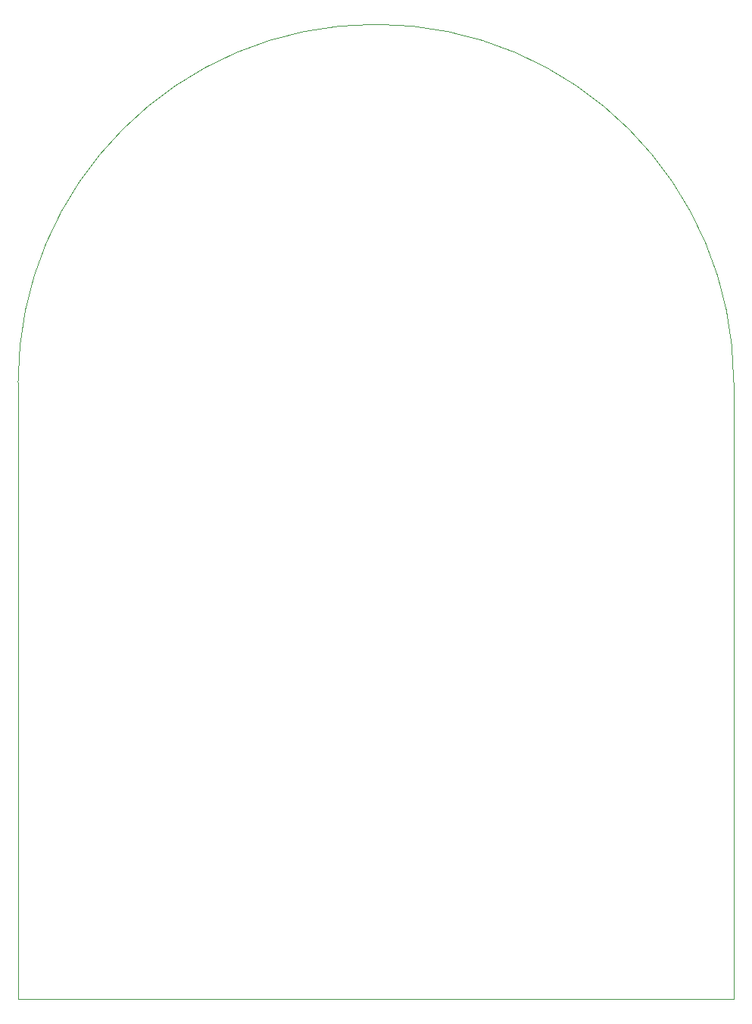
<source format=gbr>
%TF.GenerationSoftware,KiCad,Pcbnew,8.0.1*%
%TF.CreationDate,2024-06-02T16:30:41+02:00*%
%TF.ProjectId,Microrat,4d696372-6f72-4617-942e-6b696361645f,rev?*%
%TF.SameCoordinates,Original*%
%TF.FileFunction,Profile,NP*%
%FSLAX46Y46*%
G04 Gerber Fmt 4.6, Leading zero omitted, Abs format (unit mm)*
G04 Created by KiCad (PCBNEW 8.0.1) date 2024-06-02 16:30:41*
%MOMM*%
%LPD*%
G01*
G04 APERTURE LIST*
%TA.AperFunction,Profile*%
%ADD10C,0.050000*%
%TD*%
G04 APERTURE END LIST*
D10*
X198000000Y-152000000D02*
X198000000Y-221000000D01*
X198000000Y-152000000D02*
G75*
G02*
X278000000Y-152000000I40000000J0D01*
G01*
X278000000Y-221000000D02*
X198000000Y-221000000D01*
X278000000Y-221000000D02*
X278000000Y-152000000D01*
M02*

</source>
